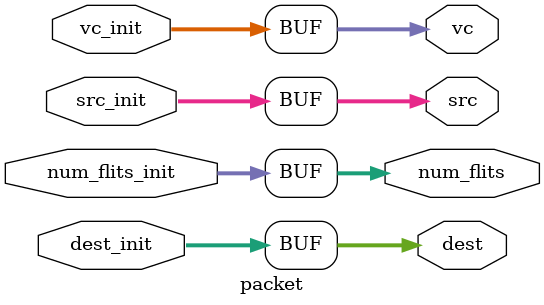
<source format=v>
module packet(src,dest,vc,num_flits,src_init,dest_init,vc_init,num_flits_init);
input[9:0] src_init,dest_init;
input [2:0] vc_init;
input[15:0] num_flits_init; //in refrence code the size was unsigned char so I took it as 2 bytes :)

output reg[9:0] src,dest;
output reg[2:0]vc;
output reg[15:0]num_flits; //in refrence code the size was unsigned char so I took it as 2 bytes :)

always @(src_init,dest_init,vc_init,num_flits_init)
begin
src=src_init;
dest=dest_init;
vc=vc_init;
num_flits=num_flits_init;
end

//there are two other methods "first" and "dequeu" which don't have cpp code ???

endmodule
</source>
